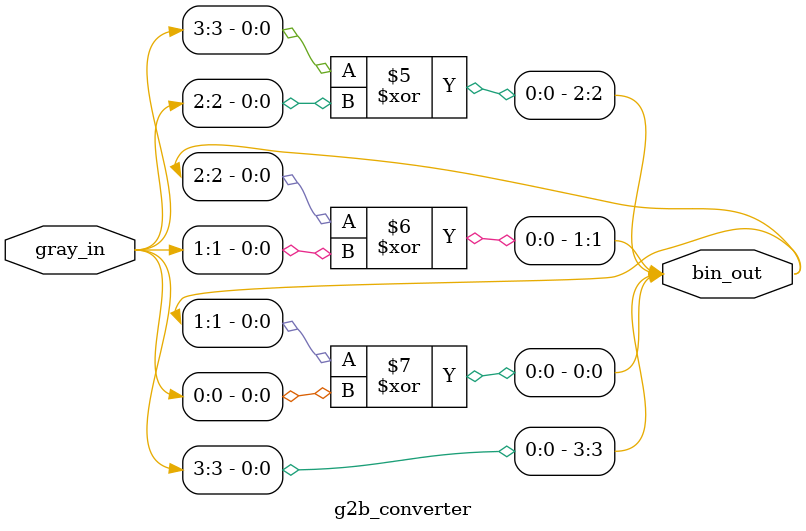
<source format=sv>
module g2b_converter #(parameter PTR_WIDTH=3) (
  input logic [PTR_WIDTH:0] gray_in,
  output logic [PTR_WIDTH:0] bin_out
);
  // Gray to Binary conversion: XOR all bits from MSB down to current bit
  always_comb begin
    bin_out[PTR_WIDTH] = gray_in[PTR_WIDTH];
    for (int i = PTR_WIDTH-1; i >= 0; i--) begin
      bin_out[i] = bin_out[i+1] ^ gray_in[i];
    end
  end
endmodule
</source>
